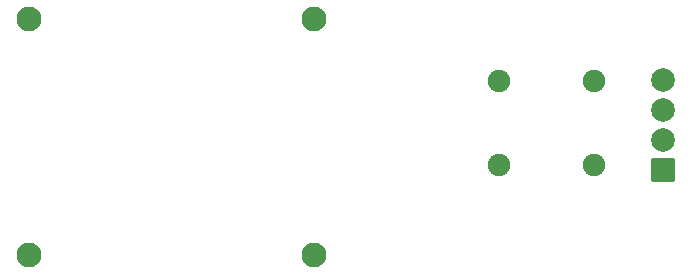
<source format=gts>
G04 Layer: TopSolderMaskLayer*
G04 EasyEDA v6.5.15, 2022-08-29 16:45:13*
G04 09623d91c7444fdd891dc3a6f912d1c4,ec20ccd4d5364735b5a2b8d176f8c56e,10*
G04 Gerber Generator version 0.2*
G04 Scale: 100 percent, Rotated: No, Reflected: No *
G04 Dimensions in millimeters *
G04 leading zeros omitted , absolute positions ,4 integer and 5 decimal *
%FSLAX45Y45*%
%MOMM*%

%AMMACRO1*1,1,$1,$2,$3*1,1,$1,$4,$5*1,1,$1,0-$2,0-$3*1,1,$1,0-$4,0-$5*20,1,$1,$2,$3,$4,$5,0*20,1,$1,$4,$5,0-$2,0-$3,0*20,1,$1,0-$2,0-$3,0-$4,0-$5,0*20,1,$1,0-$4,0-$5,$2,$3,0*4,1,4,$2,$3,$4,$5,0-$2,0-$3,0-$4,0-$5,$2,$3,0*%
%ADD10C,2.1016*%
%ADD11MACRO1,0.2032X-0.9X-0.9X-0.9X0.9*%
%ADD12C,2.0032*%
%ADD13C,1.9016*%

%LPD*%
D10*
G01*
X1943100Y10849102D03*
G01*
X1943100Y12849097D03*
G01*
X4356100Y10849102D03*
G01*
X4356100Y12849097D03*
D11*
G01*
X7315200Y11569700D03*
D12*
G01*
X7315200Y11823700D03*
G01*
X7315200Y12077700D03*
G01*
X7315200Y12331700D03*
D13*
G01*
X5924600Y12319000D03*
G01*
X6724599Y12319000D03*
G01*
X5924600Y11607800D03*
G01*
X6724599Y11607800D03*
M02*

</source>
